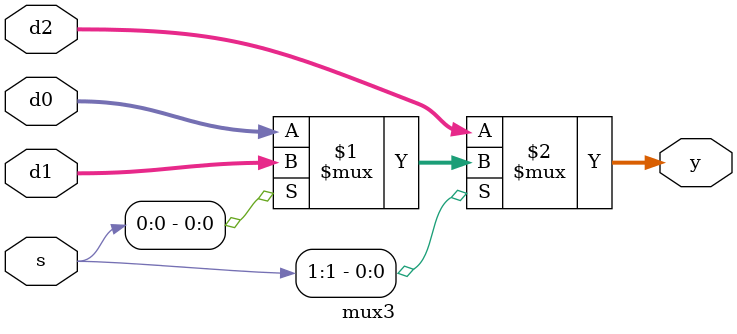
<source format=sv>
`timescale 1ns / 1ps

module mux3#(parameter WIDTH = 8)(
input logic [WIDTH-1:0] d0, d1, d2,
input logic [1:0] s,
output logic [WIDTH-1:0] y);

assign y = s[1] ? (s[0] ? d1 : d0) : d2;
endmodule
</source>
